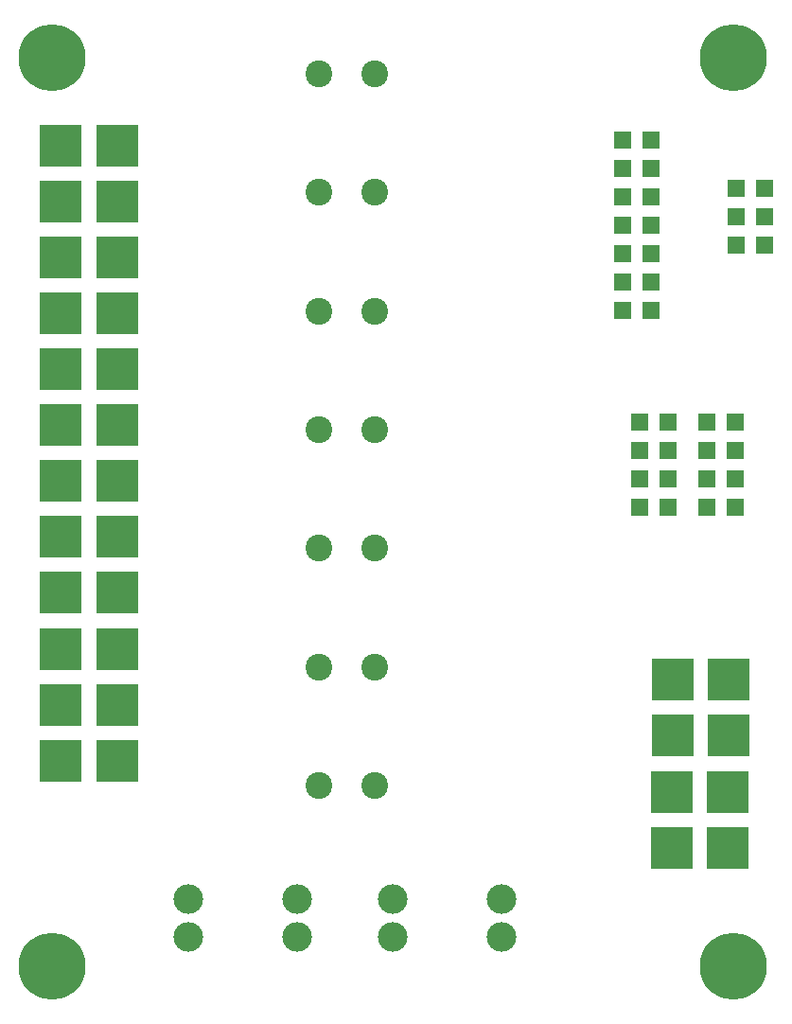
<source format=gbr>
%TF.GenerationSoftware,KiCad,Pcbnew,6.0.11+dfsg-1~bpo11+1*%
%TF.CreationDate,2023-05-28T01:25:56+00:00*%
%TF.ProjectId,ISO11446PWR01,49534f31-3134-4343-9650-575230312e6b,rev?*%
%TF.SameCoordinates,Original*%
%TF.FileFunction,Copper,L1,Top*%
%TF.FilePolarity,Positive*%
%FSLAX46Y46*%
G04 Gerber Fmt 4.6, Leading zero omitted, Abs format (unit mm)*
G04 Created by KiCad (PCBNEW 6.0.11+dfsg-1~bpo11+1) date 2023-05-28 01:25:56*
%MOMM*%
%LPD*%
G01*
G04 APERTURE LIST*
%TA.AperFunction,ComponentPad*%
%ADD10R,3.810000X3.810000*%
%TD*%
%TA.AperFunction,ComponentPad*%
%ADD11C,6.000000*%
%TD*%
%TA.AperFunction,ComponentPad*%
%ADD12C,2.400000*%
%TD*%
%TA.AperFunction,ComponentPad*%
%ADD13C,2.650000*%
%TD*%
%TA.AperFunction,ComponentPad*%
%ADD14R,1.524000X1.524000*%
%TD*%
G04 APERTURE END LIST*
D10*
%TO.P,J3,1,Pin_1*%
%TO.N,Earth*%
X15928100Y73544000D03*
X10928100Y73544000D03*
%TD*%
D11*
%TO.P,M2,1*%
%TO.N,unconnected-(M2-Pad1)*%
X71120000Y91440000D03*
%TD*%
D10*
%TO.P,J4,1,Pin_1*%
%TO.N,Right_Turn_Signal_Lamp*%
X10928100Y68544000D03*
X15928100Y68544000D03*
%TD*%
D11*
%TO.P,M4,1*%
%TO.N,unconnected-(M4-Pad1)*%
X71120000Y10160000D03*
%TD*%
D10*
%TO.P,J21,1,Pin_1*%
%TO.N,GND_Permanent*%
X65597750Y20712000D03*
X70597750Y20712000D03*
%TD*%
D12*
%TO.P,R5,1*%
%TO.N,Stop_Lamps*%
X34000000Y47544288D03*
%TO.P,R5,2*%
%TO.N,Earth*%
X39000000Y47544288D03*
%TD*%
D10*
%TO.P,J1,1,Pin_1*%
%TO.N,Left_Turn_Signal_Lamp*%
X15928100Y83544000D03*
X10928100Y83544000D03*
%TD*%
%TO.P,J19,1,Pin_1*%
%TO.N,Net-(F3-Pad1)*%
X70597750Y25712000D03*
X65597750Y25712000D03*
%TD*%
%TO.P,J7,1,Pin_1*%
%TO.N,Tail_Lamps_Left*%
X10928100Y53544000D03*
X15928100Y53544000D03*
%TD*%
D13*
%TO.P,F5,1*%
%TO.N,12V_Permanent*%
X22308000Y16178000D03*
X22308000Y12778000D03*
%TO.P,F5,2*%
%TO.N,Net-(F3-Pad1)*%
X32048000Y16178000D03*
X32048000Y12778000D03*
%TD*%
D10*
%TO.P,J13,1,Pin_1*%
%TO.N,GND_Permanent*%
X10928100Y28544000D03*
X15928100Y28544000D03*
%TD*%
D12*
%TO.P,R2,1*%
%TO.N,Rear_Fog_Lamps*%
X34000000Y79386072D03*
%TO.P,R2,2*%
%TO.N,Earth*%
X39000000Y79386072D03*
%TD*%
D10*
%TO.P,J22,1,Pin_1*%
%TO.N,GND_Switched*%
X70677000Y30812000D03*
X65677000Y30812000D03*
%TD*%
D14*
%TO.P,J15,1*%
%TO.N,Left_Turn_Signal*%
X61214000Y84074000D03*
%TO.P,J15,2*%
X63754000Y84074000D03*
%TO.P,J15,3*%
%TO.N,Rear_Fog_Signal*%
X61214000Y81534000D03*
%TO.P,J15,4*%
X63754000Y81534000D03*
%TO.P,J15,5*%
%TO.N,Right_Turn_Signal*%
X61214000Y78994000D03*
%TO.P,J15,6*%
X63754000Y78994000D03*
%TO.P,J15,7*%
%TO.N,Tail_Lamps_Right_Signal*%
X61214000Y76454000D03*
%TO.P,J15,8*%
X63754000Y76454000D03*
%TO.P,J15,9*%
%TO.N,Stop_Signal*%
X61214000Y73914000D03*
%TO.P,J15,10*%
X63754000Y73914000D03*
%TO.P,J15,11*%
%TO.N,Tail_Lamps_Left_Signal*%
X61214000Y71374000D03*
%TO.P,J15,12*%
X63754000Y71374000D03*
%TO.P,J15,13*%
%TO.N,Reversing_Signal*%
X61214000Y68834000D03*
%TO.P,J15,14*%
X63754000Y68834000D03*
%TD*%
D10*
%TO.P,J5,1,Pin_1*%
%TO.N,Tail_Lamps_Right*%
X15928100Y63544000D03*
X10928100Y63544000D03*
%TD*%
%TO.P,J9,1,Pin_1*%
%TO.N,12V_Permanent*%
X10928100Y43544000D03*
X15928100Y43544000D03*
%TD*%
D11*
%TO.P,M3,1*%
%TO.N,unconnected-(M3-Pad1)*%
X10160000Y10160000D03*
%TD*%
D12*
%TO.P,R6,1*%
%TO.N,Tail_Lamps_Left*%
X34000000Y36930360D03*
%TO.P,R6,2*%
%TO.N,Earth*%
X39000000Y36930360D03*
%TD*%
D10*
%TO.P,J20,1,Pin_1*%
%TO.N,Net-(F1-Pad1)*%
X65677000Y35812000D03*
X70677000Y35812000D03*
%TD*%
D12*
%TO.P,R1,1*%
%TO.N,Left_Turn_Signal_Lamp*%
X34000000Y90000000D03*
%TO.P,R1,2*%
%TO.N,Earth*%
X39000000Y90000000D03*
%TD*%
D10*
%TO.P,J10,1,Pin_1*%
%TO.N,12V_Switched*%
X10928100Y38544000D03*
X15928100Y38544000D03*
%TD*%
D11*
%TO.P,M1,1*%
%TO.N,unconnected-(M1-Pad1)*%
X10160000Y91440000D03*
%TD*%
D10*
%TO.P,J2,1,Pin_1*%
%TO.N,Rear_Fog_Lamps*%
X10928100Y78544000D03*
X15928100Y78544000D03*
%TD*%
D13*
%TO.P,F4,1*%
%TO.N,Net-(F1-Pad1)*%
X50336000Y12778000D03*
X50336000Y16178000D03*
%TO.P,F4,2*%
%TO.N,12V_Switched*%
X40596000Y12778000D03*
X40596000Y16178000D03*
%TD*%
D12*
%TO.P,R3,1*%
%TO.N,Right_Turn_Signal_Lamp*%
X34000000Y68772144D03*
%TO.P,R3,2*%
%TO.N,Earth*%
X39000000Y68772144D03*
%TD*%
D14*
%TO.P,J16,1*%
%TO.N,GND_Switched*%
X68730000Y58810000D03*
%TO.P,J16,2*%
X71270000Y58810000D03*
%TO.P,J16,3*%
%TO.N,Net-(F1-Pad2)*%
X68730000Y56270000D03*
%TO.P,J16,4*%
X71270000Y56270000D03*
%TO.P,J16,5*%
X68730000Y53730000D03*
%TO.P,J16,6*%
X71270000Y53730000D03*
%TO.P,J16,7*%
%TO.N,GND_Switched*%
X68730000Y51190000D03*
%TO.P,J16,8*%
X71270000Y51190000D03*
%TD*%
D12*
%TO.P,R7,1*%
%TO.N,Reversing_Lamps*%
X34000000Y26316432D03*
%TO.P,R7,2*%
%TO.N,Earth*%
X39000000Y26316432D03*
%TD*%
D10*
%TO.P,J6,1,Pin_1*%
%TO.N,Stop_Lamps*%
X10928100Y58544000D03*
X15928100Y58544000D03*
%TD*%
D14*
%TO.P,J18,1*%
%TO.N,GND_Permanent*%
X62730000Y58810000D03*
%TO.P,J18,2*%
X65270000Y58810000D03*
%TO.P,J18,3*%
%TO.N,Net-(F3-Pad2)*%
X62730000Y56270000D03*
%TO.P,J18,4*%
X65270000Y56270000D03*
%TO.P,J18,5*%
X62730000Y53730000D03*
%TO.P,J18,6*%
X65270000Y53730000D03*
%TO.P,J18,7*%
%TO.N,GND_Permanent*%
X62730000Y51190000D03*
%TO.P,J18,8*%
X65270000Y51190000D03*
%TD*%
D10*
%TO.P,J11,1,Pin_1*%
%TO.N,GND_Switched*%
X15928100Y33544000D03*
X10928100Y33544000D03*
%TD*%
D12*
%TO.P,R4,1*%
%TO.N,Tail_Lamps_Right*%
X34000000Y58158216D03*
%TO.P,R4,2*%
%TO.N,Earth*%
X39000000Y58158216D03*
%TD*%
D10*
%TO.P,J8,1,Pin_1*%
%TO.N,Reversing_Lamps*%
X10928100Y48544000D03*
X15928100Y48544000D03*
%TD*%
D14*
%TO.P,J14,1*%
%TO.N,GND*%
X73914000Y74676000D03*
%TO.P,J14,2*%
X71374000Y74676000D03*
%TO.P,J14,3*%
%TO.N,+5V*%
X73914000Y77216000D03*
%TO.P,J14,4*%
X71374000Y77216000D03*
%TO.P,J14,5*%
%TO.N,GND*%
X73914000Y79756000D03*
%TO.P,J14,6*%
X71374000Y79756000D03*
%TD*%
M02*

</source>
